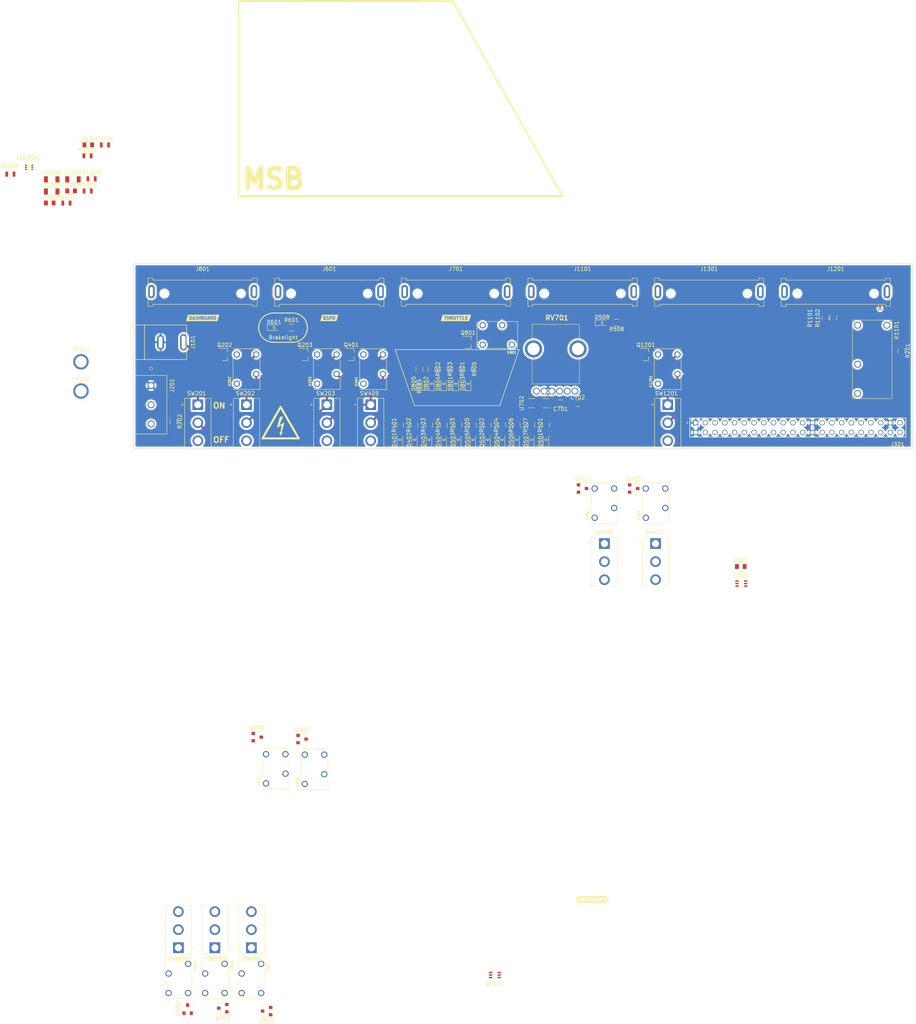
<source format=kicad_pcb>
(kicad_pcb (version 20211014) (generator pcbnew)
  (title_block (date "2022-12-05"))
  (layers (0 "F.Cu" signal) (1 "In1.Cu" power) (2 "In2.Cu" mixed) (31 "B.Cu" power) (34 "B.Paste" user) (35 "F.Paste" user) (36 "B.SilkS" user "B.Silkscreen") (37 "F.SilkS" user "F.Silkscreen") (38 "B.Mask" user) (39 "F.Mask" user) (44 "Edge.Cuts" user))
  (net 0 "")
  (net 1 "GND")
  (net 2 "+5V")
  (net 3 "+12V")
  (net 4 "Net-(C1003-Pad1)")
  (net 5 "Net-(C1003-Pad2)")
  (net 6 "Net-(D401-Pad2)")
  (net 7 "Net-(D402-Pad2)")
  (net 8 "Net-(D403-Pad2)")
  (net 9 "Net-(D404-Pad2)")
  (net 10 "Net-(D501-Pad2)")
  (net 11 "Net-(D502-Pad2)")
  (net 12 "Net-(D503-Pad2)")
  (net 13 "Net-(D504-Pad2)")
  (net 14 "Net-(D505-Pad2)")
  (net 15 "Net-(D506-Pad2)")
  (net 16 "Net-(D507-Pad2)")
  (net 17 "Net-(D508-Pad2)")
  (net 18 "Net-(D601-Pad2)")
  (net 19 "/Nostril/BSPD/BRAKELIGHT_LSD")
  (net 20 "Net-(D801-Pad2)")
  (net 21 "/Nostril/Dashboard/BMS_LED_LSD")
  (net 22 "Net-(D802-Pad2)")
  (net 23 "/Nostril/Dashboard/IMD_LED_LSD")
  (net 24 "/Nostril/Dashboard/START_BTN_LED_+")
  (net 25 "/Nostril/Dashboard/START_BTN_LED_-")
  (net 26 "Net-(D804-Pad2)")
  (net 27 "/Nostril/Dashboard/TS_LED_LSD")
  (net 28 "Net-(D805-Pad2)")
  (net 29 "/Nostril/Dashboard/BUZZER_LSD")
  (net 30 "/MSB/GLV_BATT+")
  (net 31 "/Hardware in the Loop/HITL_GPIO13")
  (net 32 "/Hardware in the Loop/HITL_GPIO9")
  (net 33 "/Hardware in the Loop/HITL_GPIO14")
  (net 34 "/Hardware in the Loop/HITL_GPIO10")
  (net 35 "/Hardware in the Loop/HITL_GPIO15")
  (net 36 "/Hardware in the Loop/HITL_GPIO11")
  (net 37 "/Hardware in the Loop/HITL_GPIO17")
  (net 38 "/Hardware in the Loop/HITL_GPIO16")
  (net 39 "/Hardware in the Loop/HITL_GPIO31")
  (net 40 "/Hardware in the Loop/HITL_GPIO4")
  (net 41 "/Hardware in the Loop/HITL_GPIO30")
  (net 42 "/Hardware in the Loop/HITL_GPIO5")
  (net 43 "/Hardware in the Loop/HITL_GPIO29")
  (net 44 "/Hardware in the Loop/HITL_GPIO6")
  (net 45 "/Hardware in the Loop/HITL_GPIO28")
  (net 46 "/Hardware in the Loop/HITL_GPIO7")
  (net 47 "/Hardware in the Loop/HITL_GPIO26")
  (net 48 "/Hardware in the Loop/HITL_GPIO27")
  (net 49 "/Hardware in the Loop/HITL_GPIO24")
  (net 50 "/Hardware in the Loop/HITL_GPIO25")
  (net 51 "/Hardware in the Loop/HITL_GPIO22")
  (net 52 "/Hardware in the Loop/HITL_GPIO23")
  (net 53 "/Hardware in the Loop/HITL_DAC1")
  (net 54 "/Hardware in the Loop/HITL_DAC2")
  (net 55 "/Hardware in the Loop/HITL_DAC3")
  (net 56 "/Hardware in the Loop/HITL_DAC4")
  (net 57 "/Hardware in the Loop/HITL_DAC5")
  (net 58 "/Hardware in the Loop/HITL_DAC6")
  (net 59 "/Hardware in the Loop/HITL_DAC7")
  (net 60 "/Hardware in the Loop/HITL_DAC8")
  (net 61 "/Hardware in the Loop/HITL_ADC1")
  (net 62 "/Hardware in the Loop/HITL_ADC2")
  (net 63 "/Hardware in the Loop/HITL_ADC3")
  (net 64 "/Hardware in the Loop/HITL_ADC4")
  (net 65 "/Hardware in the Loop/HITL_ADC5")
  (net 66 "/Hardware in the Loop/HITL_ADC6")
  (net 67 "/Hardware in the Loop/CAN.P")
  (net 68 "/Hardware in the Loop/CAN.M")
  (net 71 "/Nostril/BSPD/BRAKE_PRESSURE_SENSE")
  (net 72 "/Nostril/BSPD_I_SENSE")
  (net 125 "Net-(J601-PadP1)")
  (net 200 "/Nostril/SHDN_SENSE_ESTOP_DRIVER")
  (net 254 "Net-(J801-PadP1)")
  (net 258 "/Service Section/AIR Control/IMD_PWM")
  (net 259 "/HITL_GPIO#")
  (net 260 "/Service Section/SHDN_SENSE_TSMP")
  (net 261 "/Service Section/SHDN_SENSE_HVD")
  (net 262 "/Service Section/SHDN_SENSE_MPC")
  (net 263 "/Service Section/SHDN_SENSE_BMS")
  (net 264 "/Service Section/SHDN_SENSE_IMD")
  (net 265 "/Service Section/FINAL_SHUTDOWN")
  (net 266 "Net-(J1101-Pad24)")
  (net 314 "/Service Section/BMS Core/CHARGE_ENABLE_IN")
  (net 315 "/Service Section/BMS Core/CHARGE_ENABLE_OUT")
  (net 316 "/Service Section/BMS Core/BMS_RELAY_LSD")
  (net 319 "/Service Section/BMS Core/I_SENSE_VOUT")
  (net 320 "/Service Section/BMS Core/I_SENSE_VREF")
  (net 444 "Net-(K202-Pad5)")
  (net 445 "/MSB/SHDN_FROM_ESTOP")
  (net 446 "/Nostril/Throttle/THROTTLE_B_SENSE")
  (net 447 "Net-(K203-Pad5)")
  (net 448 "Net-(K401-Pad5)")
  (net 449 "/Nostril/SHDN_SENSE_BOTS")
  (net 450 "/Nostril/SHDN_FROM_BSPD")
  (net 451 "Net-(K402-Pad5)")
  (net 452 "/Nostril/SHDN_SENSE_IS")
  (net 453 "Net-(K403-Pad5)")
  (net 454 "Net-(K501-Pad5)")
  (net 455 "Net-(K502-Pad5)")
  (net 456 "Net-(K503-Pad5)")
  (net 457 "/Nostril/Dashboard/START_BTN_A")
  (net 458 "/Nostril/Dashboard/START_BTN_B")
  (net 459 "Net-(K901-Pad5)")
  (net 460 "Net-(K902-Pad5)")
  (net 461 "Net-(K1201-Pad5)")
  (net 462 "/Hardware in the Loop/HITL_GPIO8")
  (net 466 "Net-(J202-Pad2)")
  (net 467 "/MSB/CAN.N")
  (net 468 "Net-(J203-Pad2)")
  (net 469 "/Nostril/SHDN_SENSE_BSPD")
  (net 470 "/Buck Converter/BUCK_EN")
  (net 471 "Net-(R1003-Pad1)")
  (net 472 "Net-(C1004-Pad1)")
  (net 473 "/Nostril/Throttle/THROTTLE_A_SENSE")
  (net 475 "/Nostril/BSPD/BRAKE_PRESSURE_POT")
  (net 476 "/Nostril/BSPD/HITL_BRKPRES_SEL")
  (net 477 "/Nostril/Throttle/APPS_POTENTIOMETER_B")
  (net 479 "/Nostril/Throttle/APPS_POTENTIOMETER_A")
  (net 481 "Net-(R1002-Pad1)")
  (net 482 "/Service Section/BMS Core/PACK_I_SENSE_POT")
  (net 483 "Net-(D803-Pad1)")
  (net 484 "Net-(K801-Pad5)")
  (footprint "footprints:LED_0805_OEM" (layer "F.Cu") (at 223.5486 114.3)
    (fp_text reference "D508")
    (fp_text value "LED_0805" hide)
  )
  (footprint "footprints:R_0805_OEM" (layer "F.Cu") (at 90.385 76.793)
    (fp_text reference "R1003")
    (fp_text value "R_75k" hide)
  )
  (footprint "footprints:TMUX1247DCKR" (layer "F.Cu") (at 259.871 182.2388)
    (fp_text reference "U601")
    (fp_text value "TMUX1247DCKR" hide)
  )
  (footprint "footprints:SW_100SP1T1B4M2QE" (layer "F.Cu") (at 240.665 140.335)
    (fp_text reference "SW1201")
    (fp_text value "SW_SPST")
  )
  (footprint "footprints:Automotive_M.2" (layer "F.Cu") (at 119.38 106.68 180)
    (fp_text reference "J801")
    (fp_text value "Automotive_M.2")
    (fp_circle (center 10 0) (end 10.8 0) (layer "Edge.Cuts") (width 0.05) (fill none))
    (fp_circle (center -10 0) (end -9.25 0) (layer "Edge.Cuts") (width 0.05) (fill none))
  )
  (footprint "footprints:R_0805_OEM" (layer "F.Cu") (at 89.335 70.795)
    (fp_text reference "R1002")
    (fp_text value "10R" hide)
  )
  (footprint "footprints:Relay_SPST_OMRON-G5Q-1A4_OEM" (layer "F.Cu") (at 290.195 114.935 -90)
    (fp_text reference "K1101")
    (fp_text value "G5Q-1A4-DC5-5V" hide)
  )
  (footprint "footprints:Automotive_M.2" (layer "F.Cu") (at 251.46 106.68 180)
    (fp_text reference "J1301")
    (fp_text value "Automotive_M.2")
    (fp_circle (center 10 0) (end 10.8 0) (layer "Edge.Cuts") (width 0.05) (fill none))
    (fp_circle (center -10 0) (end -9.25 0) (layer "Edge.Cuts") (width 0.05) (fill none))
  )
  (footprint "footprints:TMUX1247DCKR" (layer "F.Cu") (at 205.105 135.255)
    (fp_text reference "U702")
    (fp_text value "TMUX1247DCKR" hide)
  )
  (footprint "footprints:R_0805_OEM" (layer "F.Cu") (at 89.385 79.953)
    (fp_text reference "R1005")
    (fp_text value "R_33.2k" hide)
  )
  (footprint "footprints:RELAY_G6L-1P_DC5" (layer "F.Cu") (at 138.43 230.505 90)
    (fp_text reference "K901")
    (fp_text value "G6L-1P_DC5")
  )
  (footprint "footprints:SOTFL50P160X60-6N" (layer "F.Cu") (at 74.092 73.795)
    (fp_text reference "U1001")
    (fp_text value "MP1477HGTF-P" hide)
  )
  (footprint "footprints:RELAY_G6L-1P_DC5" (layer "F.Cu") (at 237.49 161.29 90)
    (fp_text reference "K403")
    (fp_text value "G6L-1P_DC5")
  )
  (footprint "footprints:R_0805_OEM" (layer "F.Cu") (at 185.42 126.365 -90)
    (fp_text reference "R801")
    (fp_text value "R_1K" hide)
  )
  (footprint "footprints:SOT-23F" (layer "F.Cu") (at 188.595 119.38)
    (fp_text reference "Q801")
    (fp_text value "SSM3K333R" hide)
  )
  (footprint "footprints:C_0805_OEM" (layer "F.Cu") (at 85.035 79.923)
    (fp_text reference "C1003")
    (fp_text value "C_1uF" hide)
  )
  (footprint "footprints:LED_0805_OEM" (layer "F.Cu") (at 185.42 130.175 90)
    (fp_text reference "D801")
    (fp_text value "LED_0805" hide)
  )
  (footprint "footprints:C_0805_OEM" (layer "F.Cu") (at 217.17 135.255)
    (fp_text reference "C702")
    (fp_text value "C_1uF" hide)
  )
  (footprint "footprints:C_0805_OEM" (layer "F.Cu") (at 212.725 135.255 180)
    (fp_text reference "C701")
    (fp_text value "C_1uF" hide)
  )
  (footprint "footprints:RELAY_G6L-1P_DC5" (layer "F.Cu") (at 130.81 126.365 90)
    (fp_text reference "K202")
    (fp_text value "G6L-1P_DC5")
  )
  (footprint "kibuzzard-639BD2E5" (layer "F.Cu") (at 185.42 113.03)
    (fp_text reference "kibuzzard-639BD2E5" hide)
    (fp_text value "G***" hide)
  )
  (footprint "footprints:R_0805_OEM" (layer "F.Cu") (at 170.815 140.97 -90)
    (fp_text reference "R401")
    (fp_text value "R_1K" hide)
  )
  (footprint "footprints:R_0805_OEM" (layer "F.Cu") (at 208.915 140.97 -90)
    (fp_text reference "R501")
    (fp_text value "R_1K" hide)
  )
  (footprint "footprints:SOT-23F" (layer "F.Cu") (at 158.115 122.555)
    (fp_text reference "Q401")
    (fp_text value "SSM3K333R" hide)
  )
  (footprint "footprints:R_0805_OEM" (layer "F.Cu") (at 283.845 113.03 -90)
    (fp_text reference "R1102")
    (fp_text value "R_10K" hide)
  )
  (footprint "footprints:RELAY_G6L-1P_DC5" (layer "F.Cu") (at 196.215 117.475 180)
    (fp_text reference "K801")
    (fp_text value "G6L-1P_DC5")
  )
  (footprint "footprints:R_0805_OEM" (layer "F.Cu") (at 193.675 140.97 -90)
    (fp_text reference "R502")
    (fp_text value "R_1K" hide)
  )
  (footprint "footprints:LED_0805_OEM" (layer "F.Cu") (at 205.105 144.78 90)
    (fp_text reference "D507")
    (fp_text value "LED_0805" hide)
  )
  (footprint "footprints:R_0805_OEM" (layer "F.Cu") (at 83.835 83.113)
    (fp_text reference "R1001")
    (fp_text value "R_100K" hide)
  )
  (footprint "kibuzzard-639CAD39" (layer "F.Cu") (at 119.38 113.03)
    (fp_text reference "kibuzzard-639CAD39" hide)
    (fp_text value "G***" hide)
  )
  (footprint "footprints:LED_0805_OEM" (layer "F.Cu") (at 182.245 144.78 90)
    (fp_text reference "D404")
    (fp_text value "LED_0805" hide)
  )
  (footprint "footprints:R_0805_OEM" (layer "F.Cu") (at 179.07 126.365 -90)
    (fp_text reference "R802")
    (fp_text value "R_1K" hide)
  )
  (footprint "footprints:SW_100SP1T1B4M2QE" (layer "F.Cu") (at 113.03 272.415 180)
    (fp_text reference "SW502")
    (fp_text value "SW_SPST")
  )
  (footprint "footprints:R_0805_OEM" (layer "F.Cu") (at 174.625 140.97 -90)
    (fp_text reference "R402")
    (fp_text value "R_1K" hide)
  )
  (footprint "footprints:LED_0805_OEM" (layer "F.Cu") (at 138.005 115.57)
    (fp_text reference "D601")
    (fp_text value "LED_0805" hide)
  )
  (footprint "footprints:LED_0805_OEM" (layer "F.Cu") (at 197.485 144.78 90)
    (fp_text reference "D504")
    (fp_text value "LED_0805" hide)
  )
  (footprint "footprints:SOT-23F" (layer "F.Cu") (at 115.443 293.115 90)
    (fp_text reference "Q502")
    (fp_text value "SSM3K333R" hide)
  )
  (footprint "footprints:SOT-23F" (layer "F.Cu") (at 145.288 222.758)
    (fp_text reference "Q902")
    (fp_text value "SSM3K333R" hide)
  )
  (footprint "footprints:LED_0805_OEM" (layer "F.Cu") (at 174.625 144.78 90)
    (fp_text reference "D402")
    (fp_text value "LED_0805" hide)
  )
  (footprint "footprints:LED_0805_OEM" (layer "F.Cu") (at 193.675 144.78 90)
    (fp_text reference "D502")
    (fp_text value "LED_0805" hide)
  )
  (footprint "footprints:R_0805_OEM" (layer "F.Cu") (at 175.895 126.365 -90)
    (fp_text reference "R804")
    (fp_text value "R_1K" hide)
  )
  (footprint "footprints:LED_0805_OEM" (layer "F.Cu") (at 179.07 130.175 90)
    (fp_text reference "D802")
    (fp_text value "LED_0805" hide)
  )
  (footprint "footprints:RELAY_G6L-1P_DC5" (layer "F.Cu") (at 163.83 126.365 90)
    (fp_text reference "K401")
    (fp_text value "G6L-1P_DC5")
  )
  (footprint "footprints:RELAY_G6L-1P_DC5" (layer "F.Cu") (at 122.555 285.115 -90)
    (fp_text reference "K503")
    (fp_text value "G6L-1P_DC5")
  )
  (footprint "footprints:LED_0805_OEM" (layer "F.Cu") (at 186.055 144.78 90)
    (fp_text reference "D503")
    (fp_text value "LED_0805" hide)
  )
  (footprint "footprints:R_0805_OEM" (layer "F.Cu") (at 182.245 140.97 -90)
    (fp_text reference "R404")
    (fp_text value "R_1K" hide)
  )
  (footprint "footprints:SW_100SP1T1B4M2QE" (layer "F.Cu") (at 163.195 140.335)
    (fp_text reference "SW405")
    (fp_text value "SW_SPST")
  )
  (footprint "footprints:RELAY_G6L-1P_DC5" (layer "F.Cu") (at 113.03 285.115 -90)
    (fp_text reference "K502")
    (fp_text value "G6L-1P_DC5")
  )
  (footprint "footprints:Automotive_M.2" (layer "F.Cu") (at 218.44 106.68 180)
    (fp_text reference "J1101")
    (fp_text value "Automotive_M.2")
    (fp_circle (center -10 0) (end -9.25 0) (layer "Edge.Cuts") (width 0.05) (fill none))
    (fp_circle (center 10 0) (end 10.8 0) (layer "Edge.Cuts") (width 0.05) (fill none))
  )
  (footprint "footprints:Automotive_M.2" (layer "F.Cu") (at 152.4 106.68 180)
    (fp_text reference "J601")
    (fp_text value "Automotive_M.2")
    (fp_circle (center 10 0) (end 10.8 0) (layer "Edge.Cuts") (width 0.05) (fill none))
    (fp_circle (center -10 0) (end -9.25 0) (layer "Edge.Cuts") (width 0.05) (fill none))
  )
  (footprint "footprints:R_0805_OEM" (layer "F.Cu") (at 227.33 114.3 180)
    (fp_text reference "R508")
    (fp_text value "R_1K" hide)
  )
  (footprint "footprints:C_1206_OEM" (layer "F.Cu") (at 79.985 76.933)
    (fp_text reference "C1006")
    (fp_text value "C_22uF" hide)
  )
  (footprint "footprints:SW_100SP1T1B4M2QE" (layer "F.Cu") (at 130.81 140.335)
    (fp_text reference "SW202")
    (fp_text value "SW_SPST")
  )
  (footprint "footprints:SOT-23F" (layer "F.Cu") (at 231.775 157.48)
    (fp_text reference "Q403")
    (fp_text value "SSM3K333R" hide)
  )
  (footprint "kibuzzard-639BD2C5" (layer "F.Cu") (at 152.4 113.03)
    (fp_text reference "kibuzzard-639BD2C5" hide)
    (fp_text value "G***" hide)
  )
  (footprint "footprints:R_0805_OEM" (layer "F.Cu") (at 197.485 140.97 -90)
    (fp_text reference "R504")
    (fp_text value "R_1K" hide)
  )
  (footprint "footprints:TMUX1247DCKR" (layer "F.Cu") (at 208.915 135.255)
    (fp_text reference "U701")
    (fp_text value "TMUX1247DCKR" hide)
  )
  (footprint "footprints:LED_0805_OEM" (layer "F.Cu") (at 175.895 130.175 90)
    (fp_text reference "D805")
    (fp_text value "LED_0805" hide)
  )
  (footprint "footprints:R_0805_OEM" (layer "F.Cu") (at 301.625 121.605 -90)
    (fp_text reference "R201")
    (fp_text value "R_120" hide)
  )
  (footprint "footprints:R_0805_OEM" (layer "F.Cu") (at 69.215 75.565)
    (fp_text reference "R1004")
    (fp_text value "R_10K" hide)
  )
  (footprint "footprints:RELAY_G6L-1P_DC5" (layer "F.Cu") (at 151.765 126.365 90)
    (fp_text reference "K203")
    (fp_text value "G6L-1P_DC5")
  )
  (footprint "footprints:barrel_jack_PJ-037A" (layer "F.Cu") (at 114.3875 119.38)
    (fp_text reference "J101")
    (fp_text value "Barrel_jack")
  )
  (footprint "footprints:R_0805_OEM" (layer "F.Cu") (at 142.555 115.57 180)
    (fp_text reference "R601")
    (fp_text value "R_1K" hide)
  )
  (footprint "footprints:R_0805_OEM" (layer "F.Cu") (at 186.055 140.97 -90)
    (fp_text reference "R503")
    (fp_text value "R_1K" hide)
  )
  (footprint "footprints:SOT-23F" (layer "F.Cu") (at 125.095 122.555)
    (fp_text reference "Q202")
    (fp_text value "SSM3K333R" hide)
  )
  (footprint "footprints:R_0805_OEM" (layer "F.Cu") (at 189.865 140.97 -90)
    (fp_text reference "R505")
    (fp_text value "R_1K" hide)
  )
  (footprint "footprints:Automotive_M.2" (layer "F.Cu") (at 284.48 106.68 180)
    (fp_text reference "J1201")
    (fp_text value "Automotive_M.2")
    (fp_circle (center -10 0) (end -9.25 0) (layer "Edge.Cuts") (width 0.05) (fill none))
    (fp_circle (center 10 0) (end 10.8 0) (layer "Edge.Cuts") (width 0.05) (fill none))
  )
  (footprint "footprints:SW_100SP1T1B4M2QE" (layer "F.Cu") (at 132.08 272.415 180)
    (fp_text reference "SW501")
    (fp_text value "SW_SPST")
  )
  (footprint "footprints:SOT-23F" (layer "F.Cu") (at 136.051 293.623 180)
    (fp_text reference "Q501")
    (fp_text value "SSM3K333R" hide)
  )
  (footprint "footprints:C_1206_OEM" (layer "F.Cu") (at 85.535 76.933)
    (fp_text reference "C1002")
    (fp_text value "C_22uF" hide)
  )
  (footprint "footprints:RELAY_G6L-1P_DC5" (layer "F.Cu") (at 224.155 161.29 90)
    (fp_text reference "K402")
    (fp_text value "G6L-1P_DC5")
  )
  (footprint "kibuzzard-639BD282" (layer "F.Cu") (at 220.98 264.54)
    (fp_text reference "kibuzzard-639BD282" hide)
    (fp_text value "G***" hide)
  )
  (footprint "footprints:SOT-23F" (layer "F.Cu") (at 124.621 292.861 180)
    (fp_text reference "Q503")
    (fp_text value "SSM3K333R" hide)
  )
  (footprint "footprints:R_0805_OEM" (layer "F.Cu") (at 281.813 113.03 90)
    (fp_text reference "R1101")
    (fp_text value "R_10K" hide)
  )
  (footprint "footprints:LED_0805_OEM" (layer "F.Cu") (at 170.815 144.78 90)
    (fp_text reference "D401")
    (fp_text value "LED_0805" hide)
  )
  (footprint "footprints:C_0805_OEM" (layer "F.Cu") (at 259.715 177.8)
    (fp_text reference "C601")
    (fp_text value "C_1uF" hide)
  )
  (footprint "footprints:R_0805_OEM" (layer "F.Cu") (at 178.435 140.97 -90)
    (fp_text reference "R403")
    (fp_text value "R_1K" hide)
  )
  (footprint "footprints:SW_100SP1T1B4M2QE" (layer "F.Cu") (at 237.49 176.53)
    (fp_text reference "SW407")
    (fp_text value "SW_SPST")
  )
  (footprint "footprints:SOT-23F" (layer "F.Cu") (at 234.95 122.555)
    (fp_text reference "Q1201")
    (fp_text value "SSM3K333R" hide)
  )
  (footprint "footprints:LED_0805_OEM" (layer "F.Cu") (at 188.595 130.175 90)
    (fp_text reference "D803")
    (fp_text value "LED_0805" hide)
  )
  (footprint "footprints:RELAY_G6L-1P_DC5" (layer "F.Cu") (at 240.665 126.365 90)
    (fp_text reference "K1201")
    (fp_text value "G6L-1P_DC5")
  )
  (footprint "footprints:LED_0805_OEM" (layer "F.Cu") (at 208.915 144.78 90)
    (fp_text reference "D501")
    (fp_text value "LED_0805" hide)
  )
  (footprint "footprints:RELAY_G6L-1P_DC5" (layer "F.Cu") (at 132.08 285.115 -90)
    (fp_text reference "K501")
    (fp_text value "G6L-1P_DC5")
  )
  (footprint "footprints:SW_100SP1T1B4M2QE" (layer "F.Cu") (at 118.11 140.335)
    (fp_text reference "SW201")
    (fp_text value "SW_SPST")
  )
  (footprint "footprints:R_0805_OEM" (layer "F.Cu") (at 111.76 140.02 -90)
    (fp_text reference "R202")
    (fp_text value "R_120" hide)
  )
  (footprint "footprints:SAMTEC_SSW-122-01-G-D" (layer "F.Cu") (at 247.9375 140.335 180)
    (fp_text reference "J301")
    (fp_text value "SSW-122-01-G-D")
  )
  (footprint "footprints:LED_0805_OEM" (layer "F.Cu") (at 182.245 130.175 90)
    (fp_text reference "D804")
    (fp_text value "LED_0805" hide)
  )
  (footprint "footprints:C_0805_OEM" (layer "F.Cu") (at 79.485 83.083)
    (fp_text reference "C1001")
    (fp_text value "C_0.1uF" hide)
  )
  (footprint "LOGO" (layer "F.Cu") (at 139.7 140.335)
    (fp_text reference "G***" hide)
    (fp_text value "LOGO" hide)
  )
  (footprint "TestPoint:TestPoint_Plated_Hole_D3.0mm" (layer "F.Cu") (at 87.63 124.46)
    (fp_text reference "TP201")
    (fp_text value "GLVMP+")
  )
  (footprint "footprints:Automotive_M.2" (layer "F.Cu") (at 185.42 106.68 180)
    (fp_text reference "J701")
    (fp_text value "Automotive_M.2")
    (fp_circle (center 10 0) (end 10.8 0) (layer "Edge.Cuts") (width 0.05) (fill none))
    (fp_circle (center -10 0) (end -9.25 0) (layer "Edge.Cuts") (width 0.05) (fill none))
  )
  (footprint "footprints:SOT-23F" (layer "F.Cu") (at 146.05 122.555)
    (fp_text reference "Q203")
    (fp_text value "SSM3K333R" hide)
  )
  (footprint "footprints:LED_0805_OEM" (layer "F.Cu") (at 178.435 144.78 90)
    (fp_text reference "D403")
    (fp_text value "LED_0805" hide)
  )
  (footprint "footprints:SOT-23F" (layer "F.Cu") (at 133.604 222.25)
    (fp_text reference "Q901")
    (fp_text value "SSM3K333R" hide)
  )
  (footprint "footprints:R_0805_OEM" (layer "F.Cu") (at 93.885 67.975)
    (fp_text reference "R1006")
    (fp_text value "40.2K" hide)
  )
  (footprint "footprints:SW_100SP1T1B4M2QE" (layer "F.Cu") (at 151.765 140.335)
    (fp_text reference "SW203")
    (fp_text value "SW_SPST")
  )
  (footprint "footprints:C_0805_OEM" (layer "F.Cu") (at 89.535 67.945)
    (fp_text reference "C1004")
    (fp_text value "15pF" hide)
  )
  (footprint "footprints:RELAY_G6L-1P_DC5" (layer "F.Cu") (at 148.550332 230.632 90)
    (fp_text reference "K902")
    (fp_text value "G6L-1P_DC5")
  )
  (footprint "footprints:TMUX1247DCKR" (layer "F.Cu") (at 195.58 284.225 180)
    (fp_text reference "U1101")
    (fp_text value "TMUX1247DCKR" hide)
  )
  (footprint "footprints:LED_0805_OEM" (layer "F.Cu") (at 189.865 144.78 90)
    (fp_text reference "D505")
    (fp_text value "LED_0805" hide)
  )
  (footprint "footprints:R_0805_OEM" (layer "F.Cu") (at 205.105 140.97 -90)
    (fp_text reference "R507")
    (fp_text value "R_1K" hide)
  )
  (footprint "footprints:SOT-23F" (layer "F.Cu") (at 218.44 157.48)
    (fp_text reference "Q402")
    (fp_text value "SSM3K333R" hide)
  )
  (footprint "footprints:SW_100SP1T1B4M2QE" (layer "F.Cu") (at 122.555 272.415 180)
    (fp_text reference "SW503")
    (fp_text value "SW_SPST")
  )
  (footprint "footprints:SW_100SP1T1B4M2QE" (layer "F.Cu") (at 224.155 176.53)
    (fp_text reference "SW406")
    (fp_text value "SW_SPST")
  )
  (footprint "footprints:R_0805_OEM" (layer "F.Cu") (at 201.295 140.97 -90)
    (fp_text reference "R506")
    (fp_text value "R_1K" hide)
  )
  (footprint "footprints:C_1206_OEM" (layer "F.Cu") (at 79.985 80.093)
    (fp_text reference "C1005")
    (fp_text value "C_22uF" hide)
  )
  (footprint "footprints:PTV1124420AA503" (layer "F.Cu") (at 208.455 132.1)
    (fp_text reference "RV701")
    (fp_text value "R_Potentiometer_Dual" hide)
  )
  (footprint "footprints:R_0805_OEM" (layer "F.Cu") (at 182.245 126.365 -90)
    (fp_text reference "R803")
    (fp_text value "R_1K" hide)
  )
  (footprint "TestPoint:TestPoint_Plated_Hole_D3.0mm" (layer "F.Cu") (at 87.63 132.08)
    (fp_text reference "TP202")
    (fp_text value "GLVMP-")
  )
  (footprint "footprints:ScrewPin_1x3" (layer "F.Cu") (at 105.91 130.6535 -90)
    (fp_text reference "J201")
    (fp_text value "Screw_Terminal_01x03" hide)
  )
  (footprint "footprints:LED_0805_OEM" (layer "F.Cu") (at 201.295 144.78 90)
    (fp_text reference "D506")
    (fp_text value "LED_0805" hide)
  )
  (footprint "footprints:R_0805_OEM" (layer "F.Cu") (at 188.595 126.365 -90)
    (fp_text reference "R805")
    (fp_text value "R_1K" hide)
  )
  (gr_line (start 128.905 30.48) (end 128.905 81.28) (layer "F.SilkS") (width 0.508))
  (gr_line (start 213.2076 81.28) (end 184.5056 30.4546) (layer "F.SilkS") (width 0.508))
  (gr_line (start 128.905 81.28) (end 213.2076 81.28) (layer "F.SilkS") (width 0.508))
  (gr_arc (start 137.795 119.38) (mid 133.985 115.57) (end 137.795 111.76) (layer "F.SilkS") (width 0.254))
  (gr_line (start 142.875 111.76) (end 137.795 111.76) (layer "F.SilkS") (width 0.254))
  (gr_line (start 169.545 121.285) (end 201.93 121.285) (layer "F.SilkS") (width 0.15))
  (gr_line (start 174.625 135.89) (end 169.545 121.285) (layer "F.SilkS") (width 0.15))
  (gr_line (start 201.93 121.285) (end 196.85 135.89) (layer "F.SilkS") (width 0.15))
  (gr_line (start 196.85 135.89) (end 174.625 135.89) (layer "F.SilkS") (width 0.15))
  (gr_line (start 137.795 119.38) (end 142.875 119.38) (layer "F.SilkS") (width 0.254))
  (gr_arc (start 142.875 111.76) (mid 146.685 115.57) (end 142.875 119.38) (layer "F.SilkS") (width 0.254))
  (gr_line (start 184.5056 30.4546) (end 128.905 30.48) (layer "F.SilkS") (width 0.508))
  (gr_rect locked (start 101.346 98.806) (end 304.546 147.066) (layer "Edge.Cuts") (width 0.1) (fill none))
  (gr_text "ON" (at 121.92 135.89) (layer "F.SilkS") (effects (font (size 1.5 1.5) (thickness 0.3)) (justify left)))
  (gr_text "Brakelight" (at 140.335 118.11) (layer "F.SilkS") (effects (font (size 1 1))))
  (gr_text "MSB" (at 137.795 76.835) (layer "F.SilkS") (effects (font (size 5.08 5.08) (thickness 1.27))))
  (gr_text "OFF" (at 121.92 144.78) (layer "F.SilkS") (effects (font (size 1.5 1.5) (thickness 0.3)) (justify left)))
  (segment (start 296.03 110.602795) (end 296.025451 110.607344) (width 0.254) (layer "F.Cu") (net 2))
  (segment (start 296.03 109.23) (end 296.03 110.602795) (width 0.254) (layer "F.Cu") (net 2))
  (via (at 296.025451 110.607344) (size 0.8) (drill 0.4) (layers "F.Cu" "B.Cu") (net 2))
  (segment (start 118.11 140.335) (end 120.65 142.875) (width 0.508) (layer "F.Cu") (net 3))
  (segment (start 154.305 122.555) (end 151.765 125.095) (width 0.508) (layer "F.Cu") (net 3))
  (segment (start 120.65 142.875) (end 144.525 142.875) (width 0.508) (layer "F.Cu") (net 3))
  (segment (start 144.525 142.875) (end 151.765 135.635) (width 0.508) (layer "F.Cu") (net 3))
  (segment (start 151.765 125.095) (end 151.765 135.635) (width 0.508) (layer "F.Cu") (net 3))
  (segment (start 170.815 141.92) (end 170.815 143.68) (width 0.2) (layer "F.Cu") (net 6))
  (segment (start 174.625 141.92) (end 174.625 143.68) (width 0.2) (layer "F.Cu") (net 7))
  (segment (start 178.435 141.92) (end 178.435 143.68) (width 0.2) (layer "F.Cu") (net 8))
  (segment (start 182.245 141.92) (end 182.245 143.68) (width 0.2) (layer "F.Cu") (net 9))
  (segment (start 208.915 141.92) (end 208.915 143.68) (width 0.2) (layer "F.Cu") (net 10))
  (segment (start 193.675 141.92) (end 193.675 143.68) (width 0.2) (layer "F.Cu") (net 11))
  (segment (start 186.055 141.92) (end 186.055 143.68) (width 0.2) (layer "F.Cu") (net 12))
  (segment (start 197.485 141.92) (end 197.485 143.68) (width 0.2) (layer "F.Cu") (net 13))
  (segment (start 189.865 141.92) (end 189.865 143.68) (width 0.2) (layer "F.Cu") (net 14))
  (segment (start 201.295 141.92) (end 201.295 143.68) (width 0.2) (layer "F.Cu") (net 15))
  (segment (start 205.105 141.92) (end 205.105 143.68) (width 0.2) (layer "F.Cu") (net 16))
  (segment (start 141.605 115.57) (end 139.105 115.57) (width 0.25) (layer "F.Cu") (net 18))
  (segment (start 118.11 135.635) (end 118.11 123.1025) (width 0.508) (layer "F.Cu") (net 30))
  (segment (start 118.11 123.1025) (end 114.3875 119.38) (width 0.508) (layer "F.Cu") (net 30))
  (segment (start 163.195 140.335) (end 166.37 137.16) (width 0.508) (layer "F.Cu") (net 200))
  (segment (start 166.37 137.16) (end 166.37 127.635) (width 0.508) (layer "F.Cu") (net 200))
  (segment (start 240.665 125.095) (end 240.665 135.635) (width 0.508) (layer "F.Cu") (net 263))
  (segment (start 243.205 122.555) (end 240.665 125.095) (width 0.508) (layer "F.Cu") (net 263))
  (segment (start 243.205 137.795) (end 243.205 127.635) (width 0.508) (layer "F.Cu") (net 264))
  (segment (start 133.35 122.555) (end 130.81 125.095) (width 0.508) (layer "F.Cu") (net 264))
  (segment (start 130.81 125.095) (end 130.81 135.635) (width 0.508) (layer "F.Cu") (net 264))
  (segment (start 240.665 140.335) (end 243.205 137.795) (width 0.508) (layer "F.Cu") (net 264))
  (segment (start 130.81 140.335) (end 133.35 137.795) (width 0.508) (layer "F.Cu") (net 265))
  (segment (start 133.35 137.795) (end 133.35 127.635) (width 0.508) (layer "F.Cu") (net 265))
  (segment (start 156.465 135.635) (end 156.465 129.795) (width 0.508) (layer "F.Cu") (net 445))
  (segment (start 163.195 125.73) (end 163.195 135.635) (width 0.508) (layer "F.Cu") (net 445))
  (segment (start 156.465 129.795) (end 154.305 127.635) (width 0.508) (layer "F.Cu") (net 445))
  (segment (start 151.765 140.335) (end 156.465 135.635) (width 0.508) (layer "F.Cu") (net 445))
  (segment (start 156.465 135.635) (end 163.195 135.635) (width 0.508) (layer "F.Cu") (net 445))
  (segment (start 166.37 122.555) (end 163.195 125.73) (width 0.508) (layer "F.Cu") (net 445))
  (zone locked (net 1) (net_name "GND") (layer "B.Cu") (connect_pads (clearance 0.508)) (min_thickness 0.254) (fill yes (thermal_gap 0.508) (thermal_bridge_width 0.508))
    (polygon (pts (xy 305.181 147.701) (xy 100.076 147.701) (xy 100.076 97.536) (xy 305.181 97.536)))
  )
)
</source>
